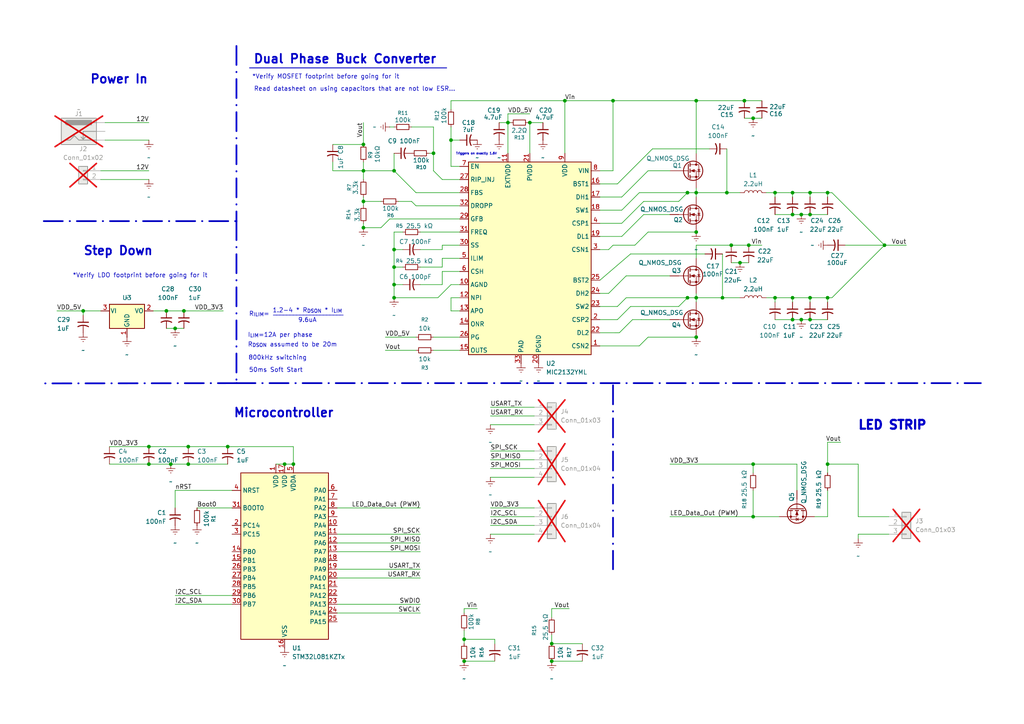
<source format=kicad_sch>
(kicad_sch (version 20250114) (generator "eeschema") (generator_version "9.0")
  (paper "A4")
  (text "800kHz switching" (at 80.518 103.886 0) (effects (font (size 1.27 1.27))))
  (text "9.6uA" (at 89.154 92.964 0) (effects (font (size 1.27 1.27))))
  (text "Triggers on exactly 1.6V" (at 138.176 44.704 0) (effects (font (size 0.635 0.635))))
  (text "Microcontroller" (at 82.296 119.888 0) (effects (font (size 2.54 2.54) (thickness 0.508) (bold yes))))
  (text "Dual Phase Buck Converter" (at 100.076 17.272 0) (effects (font (size 2.54 2.54) (thickness 0.508) (bold yes))))
  (text "LED STRIP" (at 258.826 123.444 0) (effects (font (size 2.54 2.54) (thickness 1) (bold yes))))
  (text "R_{ILIM}=\n" (at 75.184 91.186 0) (effects (font (size 1.27 1.27))))
  (text "Read datasheet on using capacitors that are not low ESR..." (at 102.87 25.908 0) (effects (font (size 1.27 1.27))))
  (text "Power In" (at 34.544 23.114 0) (effects (font (size 2.5 2.5) (thickness 0.5) (bold yes))))
  (text "R_{DSON} assumed to be 20m" (at 84.836 100.076 0) (effects (font (size 1.27 1.27))))
  (text "Step Down" (at 34.29 72.898 0) (effects (font (size 2.5 2.5) (thickness 0.5) (bold yes))))
  (text "_____________________\n" (at 89.408 90.932 0) (effects (font (size 1.27 1.27))))
  (text "I_{LIM}=12A per phase" (at 81.28 97.282 0) (effects (font (size 1.27 1.27))))
  (text "*Verify MOSFET footprint before going for it" (at 94.488 22.352 0) (effects (font (size 1.27 1.27))))
  (text "*Verify LDO footprint before going for it" (at 40.64 80.01 0) (effects (font (size 1.27 1.27))))
  (text "1.2-4 * R_{DSON} * I_{LIM}" (at 89.154 90.17 0) (effects (font (size 1.27 1.27))))
  (text "50ms Soft Start" (at 80.01 107.442 0) (effects (font (size 1.27 1.27))))
  (junction (at 66.04 129.54))
  (junction (at 53.34 90.17))
  (junction (at 114.3 86.36))
  (junction (at 105.41 49.53))
  (junction (at 114.3 49.53))
  (junction (at 232.41 62.23))
  (junction (at 224.79 86.36))
  (junction (at 201.93 67.31))
  (junction (at 234.95 92.71))
  (junction (at 147.32 35.56))
  (junction (at 212.09 71.12))
  (junction (at 177.8 29.21))
  (junction (at 229.87 92.71))
  (junction (at 240.03 55.88))
  (junction (at 114.3 72.39))
  (junction (at 199.39 55.88))
  (junction (at 201.93 97.79))
  (junction (at 54.61 129.54))
  (junction (at 234.95 62.23))
  (junction (at 229.87 86.36))
  (junction (at 229.87 62.23))
  (junction (at 201.93 29.21))
  (junction (at 114.3 82.55))
  (junction (at 130.81 40.64))
  (junction (at 24.13 90.17))
  (junction (at 234.95 55.88))
  (junction (at 50.8 95.25))
  (junction (at 209.55 86.36))
  (junction (at 201.93 55.88))
  (junction (at 215.9 29.21))
  (junction (at 229.87 55.88))
  (junction (at 43.18 134.62))
  (junction (at 125.73 44.45))
  (junction (at 153.67 35.56))
  (junction (at 199.39 86.36))
  (junction (at 214.63 76.2))
  (junction (at 49.53 134.62))
  (junction (at 218.44 34.29))
  (junction (at 224.79 55.88))
  (junction (at 240.03 134.62))
  (junction (at 105.41 41.91))
  (junction (at 234.95 86.36))
  (junction (at 218.44 149.86))
  (junction (at 43.18 129.54))
  (junction (at 256.54 71.12))
  (junction (at 134.62 185.42))
  (junction (at 105.41 58.42))
  (junction (at 54.61 134.62))
  (junction (at 82.55 134.62))
  (junction (at 210.82 55.88))
  (junction (at 232.41 92.71))
  (junction (at 114.3 77.47))
  (junction (at 160.02 186.69))
  (junction (at 134.62 191.77))
  (junction (at 201.93 86.36))
  (junction (at 163.83 29.21))
  (junction (at 160.02 191.77))
  (junction (at 48.26 90.17))
  (junction (at 105.41 66.04))
  (junction (at 85.09 134.62))
  (junction (at 217.17 71.12))
  (junction (at 240.03 86.36))
  (junction (at 218.44 134.62))
  (wire (pts (xy 97.79 160.02) (xy 121.92 160.02)))
  (wire (pts (xy 232.41 92.71) (xy 234.95 92.71)))
  (wire (pts (xy 85.09 129.54) (xy 85.09 134.62)))
  (wire (pts (xy 130.81 86.36) (xy 130.81 90.17)))
  (wire (pts (xy 114.3 86.36) (xy 127 86.36)))
  (wire (pts (xy 134.62 186.69) (xy 134.62 185.42)))
  (wire (pts (xy 241.3 55.88) (xy 256.54 71.12)))
  (wire (pts (xy 177.8 71.12) (xy 176.53 72.39)))
  (wire (pts (xy 173.99 92.71) (xy 179.07 92.71)))
  (wire (pts (xy 201.93 71.12) (xy 212.09 71.12)))
  (wire (pts (xy 105.41 57.15) (xy 105.41 58.42)))
  (wire (pts (xy 54.61 134.62) (xy 66.04 134.62)))
  (wire (pts (xy 128.27 71.12) (xy 128.27 72.39)))
  (wire (pts (xy 128.27 74.93) (xy 133.35 74.93)))
  (wire (pts (xy 160.02 184.15) (xy 160.02 186.69)))
  (wire (pts (xy 209.55 73.66) (xy 209.55 86.36)))
  (wire (pts (xy 240.03 55.88) (xy 241.3 55.88)))
  (wire (pts (xy 180.34 57.15) (xy 187.96 49.53)))
  (wire (pts (xy 50.8 172.72) (xy 67.31 172.72)))
  (wire (pts (xy 236.22 149.86) (xy 240.03 149.86)))
  (wire (pts (xy 222.25 55.88) (xy 224.79 55.88)))
  (wire (pts (xy 114.3 67.31) (xy 114.3 72.39)))
  (wire (pts (xy 134.62 191.77) (xy 143.51 191.77)))
  (wire (pts (xy 143.51 185.42) (xy 143.51 186.69)))
  (wire (pts (xy 125.73 36.83) (xy 125.73 44.45)))
  (wire (pts (xy 240.03 142.24) (xy 240.03 149.86)))
  (wire (pts (xy 187.96 97.79) (xy 201.93 97.79)))
  (wire (pts (xy 114.3 77.47) (xy 116.84 77.47)))
  (wire (pts (xy 248.92 154.94) (xy 257.81 154.94)))
  (wire (pts (xy 128.27 82.55) (xy 121.92 82.55)))
  (wire (pts (xy 229.87 92.71) (xy 232.41 92.71)))
  (wire (pts (xy 49.53 134.62) (xy 54.61 134.62)))
  (wire (pts (xy 80.01 134.62) (xy 82.55 134.62)))
  (wire (pts (xy 114.3 44.45) (xy 114.3 49.53)))
  (wire (pts (xy 50.8 142.24) (xy 67.31 142.24)))
  (wire (pts (xy 173.99 72.39) (xy 176.53 72.39)))
  (wire (pts (xy 229.87 62.23) (xy 232.41 62.23)))
  (wire (pts (xy 142.24 138.43) (xy 154.94 138.43)))
  (wire (pts (xy 124.46 44.45) (xy 125.73 44.45)))
  (polyline (pts (xy 72.39 19.685) (xy 129.54 19.685)) (stroke (width 0.254)))
  (wire (pts (xy 97.79 177.8) (xy 121.92 177.8)))
  (wire (pts (xy 105.41 49.53) (xy 105.41 52.07)))
  (wire (pts (xy 114.3 67.31) (xy 116.84 67.31)))
  (wire (pts (xy 201.93 29.21) (xy 201.93 44.45)))
  (wire (pts (xy 194.31 134.62) (xy 218.44 134.62)))
  (wire (pts (xy 212.09 71.12) (xy 217.17 71.12)))
  (wire (pts (xy 64.77 90.17) (xy 53.34 90.17)))
  (wire (pts (xy 245.11 71.12) (xy 256.54 71.12)))
  (wire (pts (xy 114.3 82.55) (xy 114.3 86.36)))
  (wire (pts (xy 24.13 90.17) (xy 29.21 90.17)))
  (wire (pts (xy 234.95 55.88) (xy 240.03 55.88)))
  (wire (pts (xy 134.62 176.53) (xy 138.43 176.53)))
  (wire (pts (xy 144.78 35.56) (xy 147.32 35.56)))
  (polyline (pts (xy 68.58 64.135) (xy 68.58 111.125)) (stroke (width 0.5) (type dash_dot)))
  (wire (pts (xy 248.92 134.62) (xy 248.92 149.86)))
  (wire (pts (xy 214.63 76.2) (xy 217.17 76.2)))
  (wire (pts (xy 160.02 186.69) (xy 168.91 186.69)))
  (wire (pts (xy 153.67 35.56) (xy 157.48 35.56)))
  (wire (pts (xy 179.07 92.71) (xy 182.88 88.9)))
  (wire (pts (xy 142.24 133.35) (xy 154.94 133.35)))
  (wire (pts (xy 183.4573 92.7022) (xy 185.9973 92.7022)))
  (wire (pts (xy 189.23 43.18) (xy 205.74 43.18)))
  (wire (pts (xy 160.02 191.77) (xy 168.91 191.77)))
  (wire (pts (xy 105.41 64.77) (xy 105.41 66.04)))
  (wire (pts (xy 177.8 29.21) (xy 177.8 49.53)))
  (wire (pts (xy 121.92 154.94) (xy 97.79 154.94)))
  (wire (pts (xy 199.39 86.36) (xy 201.93 86.36)))
  (wire (pts (xy 185.9973 92.7022) (xy 185.9973 92.71)))
  (wire (pts (xy 179.6473 96.5122) (xy 183.4573 92.7022)))
  (polyline (pts (xy 12.7 64.135) (xy 68.58 64.135)) (stroke (width 0.5) (type dash_dot)))
  (wire (pts (xy 130.81 29.21) (xy 130.81 31.75)))
  (wire (pts (xy 240.03 86.36) (xy 241.3 86.36)))
  (wire (pts (xy 224.79 55.88) (xy 229.87 55.88)))
  (wire (pts (xy 240.03 128.27) (xy 243.84 128.27)))
  (wire (pts (xy 128.27 72.39) (xy 121.92 72.39)))
  (wire (pts (xy 224.79 92.71) (xy 229.87 92.71)))
  (wire (pts (xy 29.21 49.53) (xy 43.18 49.53)))
  (wire (pts (xy 240.03 128.27) (xy 240.03 134.62)))
  (wire (pts (xy 173.99 60.96) (xy 180.34 60.96)))
  (wire (pts (xy 53.34 90.17) (xy 48.26 90.17)))
  (wire (pts (xy 133.35 78.74) (xy 128.27 78.74)))
  (wire (pts (xy 30.48 35.56) (xy 43.18 35.56)))
  (wire (pts (xy 105.41 35.56) (xy 105.41 41.91)))
  (wire (pts (xy 50.8 175.26) (xy 67.31 175.26)))
  (wire (pts (xy 173.99 64.77) (xy 180.34 64.77)))
  (wire (pts (xy 212.09 76.2) (xy 214.63 76.2)))
  (wire (pts (xy 114.3 77.47) (xy 114.3 82.55)))
  (wire (pts (xy 163.83 29.21) (xy 163.83 44.45)))
  (wire (pts (xy 218.44 34.29) (xy 220.98 34.29)))
  (wire (pts (xy 204.47 73.66) (xy 182.88 73.66)))
  (wire (pts (xy 224.79 86.36) (xy 229.87 86.36)))
  (wire (pts (xy 229.87 55.88) (xy 234.95 55.88)))
  (wire (pts (xy 218.44 142.24) (xy 218.44 149.86)))
  (wire (pts (xy 121.92 157.48) (xy 97.79 157.48)))
  (wire (pts (xy 248.92 149.86) (xy 257.81 149.86)))
  (wire (pts (xy 201.93 54.61) (xy 201.93 55.88)))
  (wire (pts (xy 142.24 149.86) (xy 154.94 149.86)))
  (wire (pts (xy 185.42 55.88) (xy 199.39 55.88)))
  (wire (pts (xy 97.79 175.26) (xy 121.92 175.26)))
  (wire (pts (xy 130.81 40.64) (xy 133.35 40.64)))
  (wire (pts (xy 224.79 86.36) (xy 224.79 87.63)))
  (wire (pts (xy 218.44 137.16) (xy 218.44 134.62)))
  (wire (pts (xy 222.25 86.36) (xy 224.79 86.36)))
  (wire (pts (xy 130.81 40.64) (xy 130.81 48.26)))
  (wire (pts (xy 119.38 36.83) (xy 125.73 36.83)))
  (wire (pts (xy 96.52 49.53) (xy 105.41 49.53)))
  (wire (pts (xy 201.93 86.36) (xy 201.93 87.63)))
  (wire (pts (xy 232.41 62.23) (xy 234.95 62.23)))
  (wire (pts (xy 121.92 67.31) (xy 133.35 67.31)))
  (wire (pts (xy 186.69 62.23) (xy 194.31 62.23)))
  (wire (pts (xy 114.3 72.39) (xy 116.84 72.39)))
  (wire (pts (xy 178.3773 96.5122) (xy 178.3773 96.52)))
  (wire (pts (xy 105.41 49.53) (xy 105.41 46.99)))
  (wire (pts (xy 29.21 52.07) (xy 43.18 52.07)))
  (wire (pts (xy 113.03 36.83) (xy 114.3 36.83)))
  (wire (pts (xy 115.57 58.42) (xy 119.38 58.42)))
  (wire (pts (xy 240.03 134.62) (xy 240.03 137.16)))
  (wire (pts (xy 234.95 86.36) (xy 234.95 87.63)))
  (wire (pts (xy 240.03 55.88) (xy 240.03 57.15)))
  (wire (pts (xy 125.73 44.45) (xy 125.73 49.53)))
  (wire (pts (xy 256.54 71.12) (xy 262.89 71.12)))
  (wire (pts (xy 173.99 53.34) (xy 179.07 53.34)))
  (wire (pts (xy 210.82 43.18) (xy 210.82 55.88)))
  (wire (pts (xy 186.69 58.42) (xy 196.85 58.42)))
  (wire (pts (xy 201.93 85.09) (xy 201.93 86.36)))
  (wire (pts (xy 50.8 95.25) (xy 53.34 95.25)))
  (wire (pts (xy 201.93 71.12) (xy 201.93 74.93)))
  (wire (pts (xy 231.14 134.62) (xy 231.14 142.24)))
  (wire (pts (xy 194.31 149.86) (xy 218.44 149.86)))
  (wire (pts (xy 125.73 101.6) (xy 133.35 101.6)))
  (wire (pts (xy 16.51 90.17) (xy 24.13 90.17)))
  (wire (pts (xy 215.9 29.21) (xy 220.98 29.21)))
  (wire (pts (xy 173.99 100.33) (xy 185.42 100.33)))
  (wire (pts (xy 160.02 176.53) (xy 160.02 179.07)))
  (wire (pts (xy 201.93 55.88) (xy 210.82 55.88)))
  (wire (pts (xy 179.07 88.9) (xy 181.61 86.36)))
  (wire (pts (xy 97.79 167.64) (xy 121.92 167.64)))
  (wire (pts (xy 176.53 85.09) (xy 181.61 80.01)))
  (wire (pts (xy 125.73 49.53) (xy 128.27 52.07)))
  (wire (pts (xy 153.1813 35.56) (xy 153.67 35.56)))
  (polyline (pts (xy 177.8 111.76) (xy 177.8 165.1)) (stroke (width 0.5) (type dash_dot)))
  (wire (pts (xy 128.27 52.07) (xy 133.35 52.07)))
  (wire (pts (xy 111.76 97.79) (xy 120.65 97.79)))
  (wire (pts (xy 218.44 134.62) (xy 231.14 134.62)))
  (wire (pts (xy 181.61 80.01) (xy 194.31 80.01)))
  (wire (pts (xy 120.65 59.69) (xy 133.35 59.69)))
  (wire (pts (xy 187.96 49.53) (xy 194.31 49.53)))
  (wire (pts (xy 234.95 86.36) (xy 240.03 86.36)))
  (wire (pts (xy 114.3 82.55) (xy 116.84 82.55)))
  (wire (pts (xy 130.81 29.21) (xy 163.83 29.21)))
  (wire (pts (xy 130.81 48.26) (xy 133.35 48.26)))
  (wire (pts (xy 201.93 86.36) (xy 209.55 86.36)))
  (wire (pts (xy 182.88 88.9) (xy 196.85 88.9)))
  (wire (pts (xy 130.81 90.17) (xy 133.35 90.17)))
  (wire (pts (xy 66.04 129.54) (xy 85.09 129.54)))
  (wire (pts (xy 96.52 49.53) (xy 96.52 46.99)))
  (wire (pts (xy 180.34 60.96) (xy 185.42 55.88)))
  (wire (pts (xy 240.03 86.36) (xy 240.03 87.63)))
  (wire (pts (xy 48.26 95.25) (xy 50.8 95.25)))
  (wire (pts (xy 199.39 55.88) (xy 201.93 55.88)))
  (wire (pts (xy 114.3 49.53) (xy 120.65 55.88)))
  (polyline (pts (xy 68.58 13.335) (xy 68.58 64.135)) (stroke (width 0.5) (type dash_dot)))
  (wire (pts (xy 234.95 55.88) (xy 234.95 57.15)))
  (wire (pts (xy 105.41 58.42) (xy 110.49 58.42)))
  (wire (pts (xy 224.79 55.88) (xy 224.79 57.15)))
  (wire (pts (xy 185.9973 92.71) (xy 194.31 92.71)))
  (wire (pts (xy 130.81 82.55) (xy 127 86.36)))
  (wire (pts (xy 97.79 147.32) (xy 121.92 147.32)))
  (wire (pts (xy 121.92 77.47) (xy 128.27 77.47)))
  (wire (pts (xy 201.93 55.88) (xy 201.93 57.15)))
  (wire (pts (xy 133.35 71.12) (xy 128.27 71.12)))
  (wire (pts (xy 57.15 147.32) (xy 67.31 147.32)))
  (wire (pts (xy 134.62 185.42) (xy 134.62 182.88)))
  (wire (pts (xy 182.88 73.66) (xy 173.99 81.28)))
  (wire (pts (xy 210.82 55.88) (xy 214.63 55.88)))
  (wire (pts (xy 113.03 63.5) (xy 133.35 63.5)))
  (wire (pts (xy 173.99 88.9) (xy 179.07 88.9)))
  (wire (pts (xy 173.99 85.09) (xy 176.53 85.09)))
  (wire (pts (xy 234.95 92.71) (xy 240.03 92.71)))
  (wire (pts (xy 48.26 90.17) (xy 44.45 90.17)))
  (wire (pts (xy 97.79 165.1) (xy 121.92 165.1)))
  (wire (pts (xy 180.34 64.77) (xy 186.69 58.42)))
  (wire (pts (xy 218.44 149.86) (xy 226.06 149.86)))
  (wire (pts (xy 215.9 34.29) (xy 218.44 34.29)))
  (wire (pts (xy 43.18 134.62) (xy 49.53 134.62)))
  (wire (pts (xy 224.79 62.23) (xy 229.87 62.23)))
  (wire (pts (xy 30.48 40.64) (xy 43.18 40.64)))
  (wire (pts (xy 154.94 135.89) (xy 142.24 135.89)))
  (wire (pts (xy 105.41 41.91) (xy 96.52 41.91)))
  (wire (pts (xy 248.92 154.94) (xy 248.92 156.21)))
  (wire (pts (xy 185.42 100.33) (xy 187.96 97.79)))
  (wire (pts (xy 142.24 147.32) (xy 154.94 147.32)))
  (wire (pts (xy 180.34 68.58) (xy 186.69 62.23)))
  (wire (pts (xy 147.32 33.02) (xy 147.32 35.56)))
  (wire (pts (xy 178.3773 96.52) (xy 173.99 96.52)))
  (wire (pts (xy 229.87 86.36) (xy 229.87 87.63)))
  (wire (pts (xy 196.85 58.42) (xy 199.39 55.88)))
  (wire (pts (xy 147.32 35.56) (xy 147.32 44.45)))
  (wire (pts (xy 160.02 176.53) (xy 165.1 176.53)))
  (polyline (pts (xy 68.58 111.125) (xy 284.48 111.125)) (stroke (width 0.5) (type dash_dot)))
  (wire (pts (xy 209.55 86.36) (xy 214.63 86.36)))
  (wire (pts (xy 134.62 176.53) (xy 134.62 177.8)))
  (wire (pts (xy 31.75 134.62) (xy 43.18 134.62)))
  (wire (pts (xy 177.8 49.53) (xy 173.99 49.53)))
  (polyline (pts (xy 68.7037 111.1264) (xy 12.6704 111.2027)) (stroke (width 0.5) (type dash_dot)))
  (wire (pts (xy 128.27 77.47) (xy 128.27 74.93)))
  (wire (pts (xy 43.18 129.54) (xy 54.61 129.54)))
  (wire (pts (xy 148.1013 35.56) (xy 147.32 35.56)))
  (wire (pts (xy 105.41 49.53) (xy 114.3 49.53)))
  (wire (pts (xy 179.07 53.34) (xy 189.23 43.18)))
  (wire (pts (xy 217.17 71.12) (xy 220.98 71.12)))
  (wire (pts (xy 142.24 118.11) (xy 154.94 118.11)))
  (wire (pts (xy 196.85 88.9) (xy 199.39 86.36)))
  (wire (pts (xy 119.38 58.42) (xy 120.65 59.69)))
  (wire (pts (xy 31.75 129.54) (xy 43.18 129.54)))
  (wire (pts (xy 177.8 29.21) (xy 201.93 29.21)))
  (wire (pts (xy 24.13 90.17) (xy 24.13 91.44)))
  (wire (pts (xy 105.41 66.04) (xy 110.49 66.04)))
  (wire (pts (xy 229.87 86.36) (xy 234.95 86.36)))
  (wire (pts (xy 173.99 68.58) (xy 180.34 68.58)))
  (wire (pts (xy 142.24 130.81) (xy 154.94 130.81)))
  (wire (pts (xy 201.93 29.21) (xy 215.9 29.21)))
  (wire (pts (xy 128.27 78.74) (xy 128.27 82.55)))
  (wire (pts (xy 105.41 58.42) (xy 105.41 59.69)))
  (wire (pts (xy 153.67 35.56) (xy 153.67 44.45)))
  (wire (pts (xy 111.76 101.6) (xy 120.65 101.6)))
  (wire (pts (xy 241.3 86.36) (xy 256.54 71.12)))
  (wire (pts (xy 50.8 147.32) (xy 50.8 142.24)))
  (wire (pts (xy 184.15 71.12) (xy 187.96 67.31)))
  (wire (pts (xy 178.3773 96.5122) (xy 179.6473 96.5122)))
  (wire (pts (xy 114.3 72.39) (xy 114.3 77.47)))
  (wire (pts (xy 54.61 129.54) (xy 66.04 129.54)))
  (wire (pts (xy 110.49 66.04) (xy 113.03 63.5)))
  (wire (pts (xy 142.24 152.4) (xy 154.94 152.4)))
  (wire (pts (xy 229.87 55.88) (xy 229.87 57.15)))
  (wire (pts (xy 173.99 57.15) (xy 180.34 57.15)))
  (wire (pts (xy 240.03 134.62) (xy 248.92 134.62)))
  (wire (pts (xy 177.8 71.12) (xy 184.15 71.12)))
  (wire (pts (xy 133.35 82.55) (xy 130.81 82.55)))
  (wire (pts (xy 130.81 86.36) (xy 133.35 86.36)))
  (wire (pts (xy 85.09 134.62) (xy 82.55 134.62)))
  (wire (pts (xy 147.32 33.02) (xy 153.67 33.02)))
  (wire (pts (xy 142.24 120.65) (xy 154.94 120.65)))
  (wire (pts (xy 187.96 67.31) (xy 201.93 67.31)))
  (wire (pts (xy 120.65 55.88) (xy 133.35 55.88)))
  (wire (pts (xy 163.83 29.21) (xy 177.8 29.21)))
  (wire (pts (xy 130.81 36.83) (xy 130.81 40.64)))
  (wire (pts (xy 142.24 154.94) (xy 154.94 154.94)))
  (wire (pts (xy 181.61 86.36) (xy 199.39 86.36)))
  (wire (pts (xy 134.62 185.42) (xy 143.51 185.42)))
  (wire (pts (xy 142.24 123.19) (xy 154.94 123.19)))
  (wire (pts (xy 234.95 62.23) (xy 240.03 62.23)))
  (wire (pts (xy 125.73 97.79) (xy 133.35 97.79)))
  (label "SPI_SCK" (at 142.24 130.81 0))
  (label "Vin" (at 163.83 29.21 0))
  (label "Boot0" (at 57.15 147.32 0))
  (label "VDD_5V" (at 16.51 90.17 0))
  (label "I2C_SDA" (at 50.8 175.26 0))
  (label "Vout" (at 105.41 35.56 270))
  (label "Vout" (at 243.84 128.27 180))
  (label "SPI_MISO" (at 142.24 133.35 0))
  (label "USART_TX" (at 121.92 165.1 180))
  (label "SPI_MISO" (at 121.92 157.48 180))
  (label "VDD_3V3" (at 194.31 134.62 0))
  (label "VDD_5V" (at 147.32 33.02 0))
  (label "I2C_SDA" (at 142.24 152.4 0))
  (label "I2C_SCL" (at 142.24 149.86 0))
  (label "SPI_SCK" (at 121.92 154.94 180))
  (label "Vout" (at 165.1 176.53 180))
  (label "SWCLK" (at 121.92 177.8 180))
  (label "12V" (at 43.18 35.56 180))
  (label "USART_TX" (at 142.24 118.11 0))
  (label "12V" (at 43.18 49.53 180))
  (label "Vout" (at 262.89 71.12 180))
  (label "VDD_3V3" (at 142.24 147.32 0))
  (label "LED_Data_Out (PWM)" (at 194.31 149.86 0))
  (label "Vin" (at 138.43 176.53 180))
  (label "Vout" (at 111.76 101.6 0))
  (label "SPI_MOSI" (at 121.92 160.02 180))
  (label "USART_RX" (at 121.92 167.64 180))
  (label "LED_Data_Out (PWM)" (at 121.92 147.32 180))
  (label "VDD_5V" (at 111.76 97.79 0))
  (label "Vin" (at 220.98 71.12 180))
  (label "VDD_3V3" (at 64.77 90.17 180))
  (label "VDD_3V3" (at 31.75 129.54 0))
  (label "I2C_SCL" (at 50.8 172.72 0))
  (label "nRST" (at 50.8 142.24 0))
  (label "USART_RX" (at 142.24 120.65 0))
  (label "SPI_MOSI" (at 142.24 135.89 0))
  (label "SWDIO" (at 121.92 175.26 180))
  (symbol (lib_name "GNDREF_1") (lib_id "Library:GNDREF_1") (at 151.13 105.41 0) (unit 1)
    (property "Reference" "#PWR05" (effects (hide yes)))
    (property "Value" "~" (at 151.13 110.49 0))
    (property "Description" "Power symbol creates a global label with name \"GNDREF\" , reference supply ground" (effects (hide yes)))
  )
  (symbol (lib_id "Library:C_Small_US") (at 31.75 132.08 0) (unit 1)
    (property "Reference" "C4" (at 34.29 130.9369 0) (effects (justify left)))
    (property "Value" "100nF" (at 34.29 133.4769 0) (effects (justify left)))
    (property "Footprint" "Capacitor_SMD:C_0603_1608Metric_Pad1.08x0.95mm_HandSolder" (effects (hide yes)))
    (property "Description" "capacitor, small US symbol" (effects (hide yes)))
  )
  (symbol (lib_id "Library:C_Small_US") (at 208.28 43.18 270) (unit 1)
    (property "Reference" "C14" (at 208.28 36.83 90))
    (property "Value" "100nF" (at 208.28 39.37 90))
    (property "Footprint" "Capacitor_SMD:C_0603_1608Metric_Pad1.08x0.95mm_HandSolder" (effects (hide yes)))
    (property "Description" "capacitor, small US symbol" (effects (hide yes)))
  )
  (symbol (lib_id "Library:C_Small_US") (at 234.95 59.69 0) (unit 1)
    (property "Reference" "C24" (at 236.982 64.008 0))
    (property "Value" "22uF" (at 237.236 66.548 0))
    (property "Footprint" "Capacitor_SMD:C_0805_2012Metric_Pad1.18x1.45mm_HandSolder" (effects (hide yes)))
    (property "Description" "capacitor, small US symbol" (effects (hide yes)))
  )
  (symbol (lib_id "Library:L") (at 218.44 55.88 90) (unit 1)
    (property "Reference" "L1" (at 218.44 50.8 90))
    (property "Value" "2.2uH" (at 218.44 53.34 90))
    (property "Datasheet" "https://www.bourns.com/docs/Product-Datasheets/SRP1265A.pdf" (effects (hide yes)))
    (property "Description" "SRP1265A-2R2M" (effects (hide yes)))
  )
  (symbol (lib_name "GNDREF_1") (lib_id "Library:GNDREF_1") (at 114.3 86.36 0) (unit 1)
    (property "Reference" "#PWR09" (effects (hide yes)))
    (property "Value" "~" (at 114.3 91.44 0))
    (property "Description" "Power symbol creates a global label with name \"GNDREF\" , reference supply ground" (effects (hide yes)))
  )
  (symbol (lib_id "Library:Q_NMOS_DSG") (at 199.39 80.01 0) (unit 1)
    (property "Reference" "Q3" (at 194.818 78.486 0) (effects (justify left)))
    (property "Value" "Q_NMOS_DSG" (at 185.166 76.2 0) (effects (justify left)))
    (property "Description" "N-MOSFET transistor, drain/source/gate" (effects (hide yes)))
  )
  (symbol (lib_id "Library:Conn_01x03") (at 160.02 120.65 0) (unit 1) (in_bom no) (dnp yes)
    (property "Reference" "J4" (at 162.56 119.3799 0) (effects (justify left)))
    (property "Value" "Conn_01x03" (at 162.56 121.9199 0) (effects (justify left)))
    (property "Footprint" "Connector_PinHeader_2.54mm:PinHeader_1x03_P2.54mm_Vertical" (effects (hide yes)))
    (property "Description" "Generic connector, single row, 01x03, script generated (kicad-library-utils/schlib/autogen/connector/)" (effects (hide yes)))
  )
  (symbol (lib_id "Library:GNDREF") (at 50.8 95.25 0) (unit 1)
    (property "Reference" "#PWR025" (effects (hide yes)))
    (property "Value" "~" (at 50.8 100.33 0))
    (property "Description" "Power symbol creates a global label with name \"GNDREF\" , reference supply ground" (effects (hide yes)))
  )
  (symbol (lib_name "GNDREF_1") (lib_id "Library:GNDREF_1") (at 57.15 152.4 0) (unit 1)
    (property "Reference" "#PWR02" (effects (hide yes)))
    (property "Value" "~" (at 57.15 157.48 0))
    (property "Description" "Power symbol creates a global label with name \"GNDREF\" , reference supply ground" (effects (hide yes)))
  )
  (symbol (lib_id "Library:C_Small_US") (at 53.34 92.71 0) (unit 1)
    (property "Reference" "C30" (at 54.61 83.82 0) (effects (justify left)))
    (property "Value" "1uF" (at 54.61 86.36 0) (effects (justify left)))
    (property "Footprint" "Capacitor_SMD:C_0603_1608Metric_Pad1.08x0.95mm_HandSolder" (effects (hide yes)))
    (property "Description" "capacitor, small US symbol" (effects (hide yes)))
  )
  (symbol (lib_id "Library:C_Small_US") (at 229.87 59.69 0) (unit 1)
    (property "Reference" "C13" (at 225.298 64.008 0) (effects (justify left)))
    (property "Value" "1uF" (at 225.298 66.548 0) (effects (justify left)))
    (property "Footprint" "Capacitor_SMD:C_0603_1608Metric_Pad1.08x0.95mm_HandSolder" (effects (hide yes)))
    (property "Description" "capacitor, small US symbol" (effects (hide yes)))
  )
  (symbol (lib_id "Library:C_Small_US") (at 135.89 40.64 90) (unit 1)
    (property "Reference" "C18" (at 135.89 35.56 90))
    (property "Value" "?uF" (at 135.89 37.592 90))
    (property "Footprint" "Capacitor_SMD:C_0603_1608Metric_Pad1.08x0.95mm_HandSolder" (effects (hide yes)))
    (property "Description" "capacitor, small US symbol" (effects (hide yes)))
  )
  (symbol (lib_id "Library:R_Small") (at 160.02 181.61 0) (mirror x) (unit 1)
    (property "Reference" "R15" (at 154.94 182.88 90) (effects (font (size 1.016 1.016))))
    (property "Value" "25.5 kΩ" (at 158.242 181.864 90))
    (property "Footprint" "Resistor_SMD:R_0805_2012Metric_Pad1.20x1.40mm_HandSolder" (effects (hide yes)))
    (property "Description" "Resistor, small symbol" (effects (hide yes)))
  )
  (symbol (lib_name "GNDREF_1") (lib_id "Library:GNDREF_1") (at 113.03 36.83 270) (unit 1)
    (property "Reference" "#PWR017" (effects (hide yes)))
    (property "Value" "~" (at 109.22 36.83 90) (effects (justify right)))
    (property "Description" "Power symbol creates a global label with name \"GNDREF\" , reference supply ground" (effects (hide yes)))
  )
  (symbol (lib_id "Library:R_Small") (at 105.41 44.45 180) (unit 1)
    (property "Reference" "R9" (at 107.442 44.958 90) (effects (font (size 1.016 1.016))))
    (property "Value" "10kΩ" (at 109.474 44.704 90))
    (property "Footprint" "Resistor_SMD:R_0805_2012Metric_Pad1.20x1.40mm_HandSolder" (effects (hide yes)))
    (property "Description" "Resistor, small symbol" (effects (hide yes)))
  )
  (symbol (lib_id "Library:C_Small_US") (at 242.57 71.12 270) (unit 1)
    (property "Reference" "C27" (at 242.824 74.168 90))
    (property "Value" "100uF" (at 242.824 76.2 90))
    (property "Footprint" "Capacitor_THT:CP_Radial_D6.3mm_P2.50mm" (effects (hide yes)))
    (property "Datasheet" "https://content.kemet.com/datasheets/KEM_A4010_EST.pdf" (effects (hide yes)))
    (property "Description" "EST107M025AE3AA" (effects (hide yes)))
  )
  (symbol (lib_name "GNDREF_1") (lib_id "Library:GNDREF_1") (at 248.92 156.21 0) (unit 1)
    (property "Reference" "#PWR020" (effects (hide yes)))
    (property "Value" "~" (at 248.92 161.29 0))
    (property "Description" "Power symbol creates a global label with name \"GNDREF\" , reference supply ground" (effects (hide yes)))
  )
  (symbol (lib_name "GNDREF_1") (lib_id "Library:GNDREF_1") (at 50.8 152.4 0) (unit 1)
    (property "Reference" "#PWR01" (effects (hide yes)))
    (property "Value" "~" (at 50.8 157.48 0))
    (property "Description" "Power symbol creates a global label with name \"GNDREF\" , reference supply ground" (effects (hide yes)))
  )
  (symbol (lib_id "Library:C_Small_US") (at 224.79 90.17 0) (unit 1)
    (property "Reference" "C10" (at 221.234 94.742 0) (effects (justify left)))
    (property "Value" "100nF" (at 220.218 97.282 0) (effects (justify left)))
    (property "Footprint" "Capacitor_SMD:C_0603_1608Metric_Pad1.08x0.95mm_HandSolder" (effects (hide yes)))
    (property "Description" "capacitor, small US symbol" (effects (hide yes)))
  )
  (symbol (lib_name "GNDREF_1") (lib_id "Library:GNDREF_1") (at 142.24 138.43 0) (unit 1)
    (property "Reference" "#PWR029" (effects (hide yes)))
    (property "Value" "~" (at 142.24 143.51 0))
    (property "Description" "Power symbol creates a global label with name \"GNDREF\" , reference supply ground" (effects (hide yes)))
  )
  (symbol (lib_id "Library:C_Small_US") (at 43.18 132.08 0) (unit 1)
    (property "Reference" "C2" (at 45.72 130.9369 0) (effects (justify left)))
    (property "Value" "100nF" (at 45.72 133.4769 0) (effects (justify left)))
    (property "Footprint" "Capacitor_SMD:C_0603_1608Metric_Pad1.08x0.95mm_HandSolder" (effects (hide yes)))
    (property "Description" "capacitor, small US symbol" (effects (hide yes)))
  )
  (symbol (lib_id "Library:Conn_01x04") (at 160.02 133.35 0) (unit 1) (in_bom no) (dnp yes)
    (property "Reference" "J5" (at 162.56 133.3499 0) (effects (justify left)))
    (property "Value" "Conn_01x04" (at 162.56 135.8899 0) (effects (justify left)))
    (property "Footprint" "Connector_PinHeader_2.54mm:PinHeader_1x04_P2.54mm_Vertical" (effects (hide yes)))
    (property "Description" "Generic connector, single row, 01x04, script generated (kicad-library-utils/schlib/autogen/connector/)" (effects (hide yes)))
  )
  (symbol (lib_id "Library:C_Small_US") (at 207.01 73.66 270) (unit 1)
    (property "Reference" "C17" (at 206.756 77.216 90))
    (property "Value" "100nF" (at 206.756 79.502 90))
    (property "Footprint" "Capacitor_SMD:C_0603_1608Metric_Pad1.08x0.95mm_HandSolder" (effects (hide yes)))
    (property "Description" "capacitor, small US symbol" (effects (hide yes)))
  )
  (symbol (lib_id "Library:Conn_01x02") (at 24.13 49.53 0) (mirror y) (unit 1) (in_bom no) (dnp yes)
    (property "Reference" "J2" (at 24.13 43.18 0))
    (property "Value" "Conn_01x02" (at 24.13 45.72 0))
    (property "Footprint" "Connector_PinHeader_2.54mm:PinHeader_1x02_P2.54mm_Vertical" (effects (hide yes)))
    (property "Description" "Generic connector, single row, 01x02, script generated (kicad-library-utils/schlib/autogen/connector/)" (effects (hide yes)))
  )
  (symbol (lib_name "GNDREF_1") (lib_id "Library:GNDREF_1") (at 43.18 52.07 0) (unit 1)
    (property "Reference" "#PWR022" (effects (hide yes)))
    (property "Value" "~" (at 43.18 57.15 0))
    (property "Description" "Power symbol creates a global label with name \"GNDREF\" , reference supply ground" (effects (hide yes)))
  )
  (symbol (lib_id "Library:C_Small_US") (at 24.13 93.98 0) (unit 1)
    (property "Reference" "C29" (at 16.51 92.71 0) (effects (justify left)))
    (property "Value" "1uF" (at 16.51 95.25 0) (effects (justify left)))
    (property "Footprint" "Capacitor_SMD:C_0603_1608Metric_Pad1.08x0.95mm_HandSolder" (effects (hide yes)))
    (property "Description" "capacitor, small US symbol" (effects (hide yes)))
  )
  (symbol (lib_id "Library:R_Small") (at 116.84 36.83 270) (unit 1)
    (property "Reference" "R11" (at 116.84 32.766 90) (effects (font (size 1.016 1.016))))
    (property "Value" "100k" (at 116.84 34.798 90))
    (property "Footprint" "Resistor_SMD:R_0805_2012Metric_Pad1.20x1.40mm_HandSolder" (effects (hide yes)))
    (property "Description" "Resistor, small symbol" (effects (hide yes)))
  )
  (symbol (lib_name "GNDREF_1") (lib_id "Library:GNDREF_1") (at 218.44 34.29 0) (unit 1)
    (property "Reference" "#PWR012" (effects (hide yes)))
    (property "Value" "~" (at 218.44 39.37 0))
    (property "Description" "Power symbol creates a global label with name \"GNDREF\" , reference supply ground" (effects (hide yes)))
  )
  (symbol (lib_id "Library:C_Small_US") (at 220.98 31.75 0) (unit 1)
    (property "Reference" "C16" (at 225.044 33.02 0))
    (property "Value" "22uF" (at 225.552 30.988 0))
    (property "Footprint" "Capacitor_SMD:C_0805_2012Metric_Pad1.18x1.45mm_HandSolder" (effects (hide yes)))
    (property "Description" "capacitor, small US symbol" (effects (hide yes)))
  )
  (symbol (lib_name "GNDREF_1") (lib_id "Library:GNDREF_1") (at 138.43 40.64 0) (unit 1)
    (property "Reference" "#PWR013" (effects (hide yes)))
    (property "Value" "~" (at 138.43 45.72 0))
    (property "Description" "Power symbol creates a global label with name \"GNDREF\" , reference supply ground" (effects (hide yes)))
  )
  (symbol (lib_id "Library:R_Small") (at 113.03 58.42 270) (unit 1)
    (property "Reference" "R6" (at 113.284 62.484 90) (effects (font (size 1.016 1.016))))
    (property "Value" "100k" (at 113.284 60.452 90))
    (property "Footprint" "Resistor_SMD:R_0805_2012Metric_Pad1.20x1.40mm_HandSolder" (effects (hide yes)))
    (property "Description" "Resistor, small symbol" (effects (hide yes)))
  )
  (symbol (lib_id "Library:C_Small_US") (at 96.52 44.45 0) (unit 1)
    (property "Reference" "C8" (at 98.806 43.434 90))
    (property "Value" "1uF" (at 98.806 47.244 90))
    (property "Footprint" "Capacitor_SMD:C_0603_1608Metric_Pad1.08x0.95mm_HandSolder" (effects (hide yes)))
    (property "Description" "capacitor, small US symbol" (effects (hide yes)))
  )
  (symbol (lib_id "Library:AP2127N-3.3") (at 36.83 90.17 0) (unit 1)
    (property "Reference" "U3" (at 36.83 86.36 0))
    (property "Value" "~" (at 36.83 86.36 0))
    (property "Footprint" "Package_TO_SOT_SMD:SOT-23W_Handsoldering" (effects (hide yes)))
  )
  (symbol (lib_id "Library:C_Small_US") (at 215.9 31.75 0) (unit 1)
    (property "Reference" "C15" (at 210.82 33.274 0))
    (property "Value" "22uF" (at 210.566 31.242 0))
    (property "Footprint" "Capacitor_SMD:C_0805_2012Metric_Pad1.18x1.45mm_HandSolder" (effects (hide yes)))
    (property "Description" "capacitor, small US symbol" (effects (hide yes)))
  )
  (symbol (lib_name "GNDREF_1") (lib_id "Library:GNDREF_1") (at 144.78 40.64 0) (unit 1)
    (property "Reference" "#PWR015" (effects (hide yes)))
    (property "Value" "~" (at 144.78 45.72 0))
    (property "Description" "Power symbol creates a global label with name \"GNDREF\" , reference supply ground" (effects (hide yes)))
  )
  (symbol (lib_id "Library:C_Small_US") (at 224.79 59.69 0) (unit 1)
    (property "Reference" "C12" (at 219.456 64.008 0) (effects (justify left)))
    (property "Value" "100nF" (at 218.44 66.548 0) (effects (justify left)))
    (property "Footprint" "Capacitor_SMD:C_0603_1608Metric_Pad1.08x0.95mm_HandSolder" (effects (hide yes)))
    (property "Description" "capacitor, small US symbol" (effects (hide yes)))
  )
  (symbol (lib_id "Library:C_Small_US") (at 144.78 38.1 0) (unit 1)
    (property "Reference" "C19" (at 143.256 32.004 0))
    (property "Value" "4.7uF" (at 143.002 34.036 0))
    (property "Footprint" "Capacitor_SMD:C_0603_1608Metric_Pad1.08x0.95mm_HandSolder" (effects (hide yes)))
    (property "Description" "capacitor, small US symbol" (effects (hide yes)))
  )
  (symbol (lib_id "Library:C_Small_US") (at 217.17 73.66 0) (unit 1)
    (property "Reference" "C22" (at 221.742 72.898 0))
    (property "Value" "22uF" (at 221.996 75.438 0))
    (property "Footprint" "Capacitor_SMD:C_0805_2012Metric_Pad1.18x1.45mm_HandSolder" (effects (hide yes)))
    (property "Description" "capacitor, small US symbol" (effects (hide yes)))
  )
  (symbol (lib_id "Library:Conn_01x04") (at 160.02 149.86 0) (unit 1) (in_bom no) (dnp yes)
    (property "Reference" "J6" (at 162.56 149.8599 0) (effects (justify left)))
    (property "Value" "Conn_01x04" (at 162.56 152.3999 0) (effects (justify left)))
    (property "Footprint" "Connector_PinHeader_2.54mm:PinHeader_1x04_P2.54mm_Vertical" (effects (hide yes)))
    (property "Description" "Generic connector, single row, 01x04, script generated (kicad-library-utils/schlib/autogen/connector/)" (effects (hide yes)))
  )
  (symbol (lib_name "Q_NMOS_DSG_2") (lib_id "Library:Q_NMOS_DSG_2") (at 199.39 62.23 0) (unit 1)
    (property "Reference" "Q2" (at 195.326 63.754 0) (effects (justify left)))
    (property "Value" "Q_NMOS_DSG" (at 185.674 60.706 0) (effects (justify left)))
    (property "Description" "N-MOSFET transistor, drain/source/gate" (effects (hide yes)))
  )
  (symbol (lib_name "GNDREF_1") (lib_id "Library:GNDREF_1") (at 201.93 97.79 0) (unit 1)
    (property "Reference" "#PWR07" (effects (hide yes)))
    (property "Value" "~" (at 201.93 102.87 0))
    (property "Description" "Power symbol creates a global label with name \"GNDREF\" , reference supply ground" (effects (hide yes)))
  )
  (symbol (lib_id "Library:C_Small_US") (at 168.91 189.23 0) (mirror y) (unit 1)
    (property "Reference" "C32" (at 175.26 187.96 0) (effects (justify left)))
    (property "Value" "1uF" (at 175.26 190.5 0) (effects (justify left)))
    (property "Footprint" "Capacitor_SMD:C_0603_1608Metric_Pad1.08x0.95mm_HandSolder" (effects (hide yes)))
    (property "Description" "capacitor, small US symbol" (effects (hide yes)))
  )
  (symbol (lib_id "Library:C_Small_US") (at 54.61 132.08 0) (unit 1)
    (property "Reference" "C3" (at 57.15 130.9369 0) (effects (justify left)))
    (property "Value" "100nF" (at 57.15 133.4769 0) (effects (justify left)))
    (property "Footprint" "Capacitor_SMD:C_0603_1608Metric_Pad1.08x0.95mm_HandSolder" (effects (hide yes)))
    (property "Description" "capacitor, small US symbol" (effects (hide yes)))
  )
  (symbol (lib_id "Library:GNDREF") (at 49.53 134.62 0) (unit 1)
    (property "Reference" "#PWR04" (effects (hide yes)))
    (property "Value" "~" (at 49.53 139.7 0))
    (property "Description" "Power symbol creates a global label with name \"GNDREF\" , reference supply ground" (effects (hide yes)))
  )
  (symbol (lib_id "Library:Conn_01x03") (at 262.89 152.4 0) (unit 1) (in_bom no) (dnp yes)
    (property "Reference" "J3" (at 265.43 151.1299 0) (effects (justify left)))
    (property "Value" "Conn_01x03" (at 265.43 153.6699 0) (effects (justify left)))
    (property "Footprint" "Connector_PinHeader_2.54mm:PinHeader_1x03_P2.54mm_Vertical" (effects (hide yes)))
    (property "Description" "Generic connector, single row, 01x03, script generated (kicad-library-utils/schlib/autogen/connector/)" (effects (hide yes)))
  )
  (symbol (lib_id "Library:C_Small_US") (at 229.87 90.17 0) (unit 1)
    (property "Reference" "C11" (at 227.076 94.742 0) (effects (justify left)))
    (property "Value" "1uF" (at 227.076 97.282 0) (effects (justify left)))
    (property "Footprint" "Capacitor_SMD:C_0603_1608Metric_Pad1.08x0.95mm_HandSolder" (effects (hide yes)))
    (property "Description" "capacitor, small US symbol" (effects (hide yes)))
  )
  (symbol (lib_id "Library:Barrel_Jack_Switch_Pin3Ring") (at 22.86 38.1 0) (unit 1) (in_bom no) (dnp yes)
    (property "Reference" "J1" (at 22.86 33.02 0))
    (property "Value" "~" (at 22.86 31.75 0))
    (property "Footprint" "Connector_BarrelJack:BarrelJack_GCT_DCJ200-10-A_Horizontal" (effects (hide yes)))
    (property "Description" "DC Barrel Jack with an internal switch" (effects (hide yes)))
  )
  (symbol (lib_id "Library:R_Small") (at 218.44 139.7 0) (mirror x) (unit 1)
    (property "Reference" "R18" (at 215.9 146.05 90) (effects (font (size 1.016 1.016))))
    (property "Value" "25.5 kΩ" (at 215.9 140.208 90))
    (property "Footprint" "Resistor_SMD:R_0805_2012Metric_Pad1.20x1.40mm_HandSolder" (effects (hide yes)))
    (property "Description" "Resistor, small symbol" (effects (hide yes)))
  )
  (symbol (lib_name "Q_NMOS_DSG_3") (lib_id "Library:Q_NMOS_DSG_3") (at 199.39 92.71 0) (unit 1)
    (property "Reference" "Q4" (at 194.818 94.234 0) (effects (justify left)))
    (property "Value" "Q_NMOS_DSG" (at 185.674 90.678 0) (effects (justify left)))
    (property "Description" "N-MOSFET transistor, drain/source/gate" (effects (hide yes)))
  )
  (symbol (lib_id "Library:R_Small") (at 130.81 34.29 180) (unit 1)
    (property "Reference" "R12" (at 126.746 33.528 90) (effects (font (size 1.016 1.016))))
    (property "Value" "100k" (at 128.778 33.528 90))
    (property "Footprint" "Resistor_SMD:R_0805_2012Metric_Pad1.20x1.40mm_HandSolder" (effects (hide yes)))
    (property "Description" "Resistor, small symbol" (effects (hide yes)))
  )
  (symbol (lib_id "Library:GNDREF") (at 24.13 96.52 0) (unit 1)
    (property "Reference" "#PWR023" (effects (hide yes)))
    (property "Value" "~" (at 24.13 101.6 0))
    (property "Description" "Power symbol creates a global label with name \"GNDREF\" , reference supply ground" (effects (hide yes)))
  )
  (symbol (lib_id "Library:C_Small_US") (at 212.09 73.66 0) (unit 1)
    (property "Reference" "C21" (at 212.09 78.74 0))
    (property "Value" "22uF" (at 212.344 81.28 0))
    (property "Footprint" "Capacitor_SMD:C_0805_2012Metric_Pad1.18x1.45mm_HandSolder" (effects (hide yes)))
    (property "Description" "capacitor, small US symbol" (effects (hide yes)))
  )
  (symbol (lib_name "GNDREF_1") (lib_id "Library:GNDREF_1") (at 232.41 92.71 0) (unit 1)
    (property "Reference" "#PWR010" (effects (hide yes)))
    (property "Value" "~" (at 232.41 97.79 0))
    (property "Description" "Power symbol creates a global label with name \"GNDREF\" , reference supply ground" (effects (hide yes)))
  )
  (symbol (lib_id "Library:R_Small") (at 121.92 44.45 270) (unit 1)
    (property "Reference" "R10" (at 122.174 48.514 90) (effects (font (size 1.016 1.016))))
    (property "Value" "100k" (at 122.174 46.482 90))
    (property "Footprint" "Resistor_SMD:R_0805_2012Metric_Pad1.20x1.40mm_HandSolder" (effects (hide yes)))
    (property "Description" "Resistor, small symbol" (effects (hide yes)))
  )
  (symbol (lib_id "Library:C_Small_US") (at 234.95 90.17 0) (unit 1)
    (property "Reference" "C23" (at 236.728 94.742 0))
    (property "Value" "22uF" (at 236.982 97.282 0))
    (property "Footprint" "Capacitor_SMD:C_0805_2012Metric_Pad1.18x1.45mm_HandSolder" (effects (hide yes)))
    (property "Description" "capacitor, small US symbol" (effects (hide yes)))
  )
  (symbol (lib_id "Library:STM32L081KZTx") (at 82.55 162.56 0) (unit 1)
    (property "Reference" "U1" (at 84.6933 187.96 0) (effects (justify left)))
    (property "Value" "STM32L081KZTx" (at 84.6933 190.5 0) (effects (justify left)))
    (property "Footprint" "Package_QFP:LQFP-32_7x7mm_P0.8mm" (effects (hide yes)))
    (property "Datasheet" "https://www.st.com/resource/en/datasheet/stm32l081kz.pdf" (effects (hide yes)))
    (property "Description" "STMicroelectronics Arm Cortex-M0+ MCU, 192KB flash, 20KB RAM, 32 MHz, 1.65-3.6V, 25 GPIO, LQFP32" (effects (hide yes)))
  )
  (symbol (lib_id "Library:MIC2132YML") (at 153.67 74.93 0) (unit 1)
    (property "Reference" "U2" (at 158.3533 105.41 0) (effects (justify left)))
    (property "Value" "MIC2132YML" (at 158.3533 107.95 0) (effects (justify left)))
    (property "Footprint" "Package_DFN_QFN:QFN-32-1EP_5x5mm_P0.5mm_EP3.1x3.1mm" (effects (hide yes)))
    (property "Datasheet" "https://www.mouser.com/datasheet/2/268/MIC2132_Data_Sheet_DS20006654-3043270.pdf" (effects (hide yes)))
  )
  (symbol (lib_id "Library:R_Small") (at 240.03 139.7 0) (mirror x) (unit 1)
    (property "Reference" "R19" (at 237.49 146.05 90) (effects (font (size 1.016 1.016))))
    (property "Value" "25.5 kΩ" (at 237.49 140.208 90))
    (property "Footprint" "Resistor_SMD:R_0805_2012Metric_Pad1.20x1.40mm_HandSolder" (effects (hide yes)))
    (property "Description" "Resistor, small symbol" (effects (hide yes)))
  )
  (symbol (lib_name "Q_NMOS_DSG_1") (lib_id "Library:Q_NMOS_DSG_1") (at 199.39 49.53 0) (unit 1)
    (property "Reference" "Q1" (at 195.072 48.006 0) (effects (justify left)))
    (property "Value" "Q_NMOS_DSG" (at 187.452 45.974 0) (effects (justify left)))
    (property "Description" "N-MOSFET transistor, drain/source/gate" (effects (hide yes)))
  )
  (symbol (lib_name "GNDREF_1") (lib_id "Library:GNDREF_1") (at 142.24 123.19 0) (unit 1)
    (property "Reference" "#PWR026" (effects (hide yes)))
    (property "Value" "~" (at 142.24 128.27 0))
    (property "Description" "Power symbol creates a global label with name \"GNDREF\" , reference supply ground" (effects (hide yes)))
  )
  (symbol (lib_name "GNDREF_1") (lib_id "Library:GNDREF_1") (at 232.41 62.23 0) (unit 1)
    (property "Reference" "#PWR011" (effects (hide yes)))
    (property "Value" "~" (at 232.41 67.31 0))
    (property "Description" "Power symbol creates a global label with name \"GNDREF\" , reference supply ground" (effects (hide yes)))
  )
  (symbol (lib_id "Library:R_Small") (at 119.38 77.47 90) (mirror x) (unit 1)
    (property "Reference" "R4" (at 115.824 75.692 90) (effects (font (size 1.016 1.016))))
    (property "Value" "25.5 kΩ" (at 121.666 75.692 90))
    (property "Footprint" "Resistor_SMD:R_0805_2012Metric_Pad1.20x1.40mm_HandSolder" (effects (hide yes)))
    (property "Description" "Resistor, small symbol" (effects (hide yes)))
  )
  (symbol (lib_name "GNDREF_1") (lib_id "Library:GNDREF_1") (at 43.18 40.64 0) (unit 1)
    (property "Reference" "#PWR021" (effects (hide yes)))
    (property "Value" "~" (at 43.18 45.72 0))
    (property "Description" "Power symbol creates a global label with name \"GNDREF\" , reference supply ground" (effects (hide yes)))
  )
  (symbol (lib_name "GNDREF_1") (lib_id "Library:GNDREF_1") (at 142.24 154.94 0) (unit 1)
    (property "Reference" "#PWR030" (effects (hide yes)))
    (property "Value" "~" (at 142.24 160.02 0))
    (property "Description" "Power symbol creates a global label with name \"GNDREF\" , reference supply ground" (effects (hide yes)))
  )
  (symbol (lib_name "GNDREF_1") (lib_id "Library:GNDREF_1") (at 214.63 76.2 0) (unit 1)
    (property "Reference" "#PWR018" (effects (hide yes)))
    (property "Value" "~" (at 214.63 81.28 0))
    (property "Description" "Power symbol creates a global label with name \"GNDREF\" , reference supply ground" (effects (hide yes)))
  )
  (symbol (lib_id "Library:C_Small_US") (at 119.38 82.55 90) (unit 1)
    (property "Reference" "C6" (at 117.094 80.264 90))
    (property "Value" "100pF" (at 122.174 80.264 90))
    (property "Footprint" "Capacitor_SMD:C_0603_1608Metric_Pad1.08x0.95mm_HandSolder" (effects (hide yes)))
    (property "Description" "capacitor, small US symbol" (effects (hide yes)))
  )
  (symbol (lib_id "Library:C_Small_US") (at 240.03 59.69 0) (unit 1)
    (property "Reference" "C26" (at 242.062 64.008 0))
    (property "Value" "22uF" (at 242.316 66.548 0))
    (property "Footprint" "Capacitor_SMD:C_0805_2012Metric_Pad1.18x1.45mm_HandSolder" (effects (hide yes)))
    (property "Description" "capacitor, small US symbol" (effects (hide yes)))
  )
  (symbol (lib_id "Library:R_Small") (at 119.38 67.31 90) (mirror x) (unit 1)
    (property "Reference" "R5" (at 115.824 65.532 90) (effects (font (size 1.016 1.016))))
    (property "Value" "25.5 kΩ" (at 121.666 65.532 90))
    (property "Footprint" "Resistor_SMD:R_0805_2012Metric_Pad1.20x1.40mm_HandSolder" (effects (hide yes)))
    (property "Description" "Resistor, small symbol" (effects (hide yes)))
  )
  (symbol (lib_name "GNDREF_1") (lib_id "Library:GNDREF_1") (at 105.41 66.04 0) (unit 1)
    (property "Reference" "#PWR014" (effects (hide yes)))
    (property "Value" "~" (at 105.41 71.12 0))
    (property "Description" "Power symbol creates a global label with name \"GNDREF\" , reference supply ground" (effects (hide yes)))
  )
  (symbol (lib_id "Library:C_Small_US") (at 143.51 189.23 0) (mirror y) (unit 1)
    (property "Reference" "C31" (at 151.13 187.96 0) (effects (justify left)))
    (property "Value" "1uF" (at 151.13 190.5 0) (effects (justify left)))
    (property "Footprint" "Capacitor_SMD:C_0603_1608Metric_Pad1.08x0.95mm_HandSolder" (effects (hide yes)))
    (property "Description" "capacitor, small US symbol" (effects (hide yes)))
  )
  (symbol (lib_id "Library:R_Small") (at 150.6413 35.56 270) (unit 1)
    (property "Reference" "R13" (at 150.622 39.878 90) (effects (font (size 1.016 1.016))))
    (property "Value" "2.2Ω" (at 150.622 37.846 90))
    (property "Footprint" "Resistor_SMD:R_0805_2012Metric_Pad1.20x1.40mm_HandSolder" (effects (hide yes)))
    (property "Description" "Resistor, small symbol" (effects (hide yes)))
  )
  (symbol (lib_name "GNDREF_1") (lib_id "Library:GNDREF_1") (at 240.03 71.12 270) (unit 1)
    (property "Reference" "#PWR019" (effects (hide yes)))
    (property "Value" "~" (at 236.22 71.12 90) (effects (justify right)))
    (property "Description" "Power symbol creates a global label with name \"GNDREF\" , reference supply ground" (effects (hide yes)))
  )
  (symbol (lib_name "Q_NMOS_DSG_3") (lib_id "Library:Q_NMOS_DSG_3") (at 231.14 147.32 270) (unit 1)
    (property "Reference" "Q5" (at 229.616 142.748 0) (effects (justify left)))
    (property "Value" "Q_NMOS_DSG" (at 233.172 133.604 0) (effects (justify left)))
    (property "Description" "N-MOSFET transistor, drain/source/gate" (effects (hide yes)))
  )
  (symbol (lib_id "Library:R_Small") (at 105.41 54.61 180) (unit 1)
    (property "Reference" "R7" (at 101.346 54.356 90) (effects (font (size 1.016 1.016))))
    (property "Value" "3.3k" (at 103.124 54.356 90))
    (property "Footprint" "Resistor_SMD:R_0805_2012Metric_Pad1.20x1.40mm_HandSolder" (effects (hide yes)))
    (property "Description" "Resistor, small symbol" (effects (hide yes)))
  )
  (symbol (lib_id "Library:R_Small") (at 123.19 101.6 90) (mirror x) (unit 1)
    (property "Reference" "R3" (at 123.19 106.68 90) (effects (font (size 1.016 1.016))))
    (property "Value" "10k" (at 123.19 104.14 90))
    (property "Footprint" "Resistor_SMD:R_0805_2012Metric_Pad1.20x1.40mm_HandSolder" (effects (hide yes)))
    (property "Description" "Resistor, small symbol" (effects (hide yes)))
  )
  (symbol (lib_id "Library:R_Small") (at 123.19 97.79 90) (unit 1)
    (property "Reference" "R2" (at 123.19 92.71 90) (effects (font (size 1.016 1.016))))
    (property "Value" "10k" (at 123.19 95.25 90))
    (property "Footprint" "Resistor_SMD:R_0805_2012Metric_Pad1.20x1.40mm_HandSolder" (effects (hide yes)))
    (property "Description" "Resistor, small symbol" (effects (hide yes)))
  )
  (symbol (lib_id "Library:C_Small_US") (at 119.38 72.39 90) (unit 1)
    (property "Reference" "C7" (at 117.094 70.104 90))
    (property "Value" "100nF" (at 122.174 70.104 90))
    (property "Footprint" "Capacitor_SMD:C_0603_1608Metric_Pad1.08x0.95mm_HandSolder" (effects (hide yes)))
    (property "Description" "capacitor, small US symbol" (effects (hide yes)))
  )
  (symbol (lib_id "Library:GNDREF") (at 36.83 97.79 0) (unit 1)
    (property "Reference" "#PWR024" (effects (hide yes)))
    (property "Value" "~" (at 36.83 102.87 0))
    (property "Description" "Power symbol creates a global label with name \"GNDREF\" , reference supply ground" (effects (hide yes)))
  )
  (symbol (lib_id "Library:R_Small") (at 57.15 149.86 0) (unit 1)
    (property "Reference" "R1" (at 61.9142 150.443 90) (effects (font (size 1.016 1.016))))
    (property "Value" "100k" (at 59.8822 150.443 90))
    (property "Footprint" "Resistor_SMD:R_0805_2012Metric_Pad1.20x1.40mm_HandSolder" (effects (hide yes)))
    (property "Description" "Resistor, small symbol" (effects (hide yes)))
  )
  (symbol (lib_name "GNDREF_1") (lib_id "Library:GNDREF_1") (at 201.93 67.31 0) (unit 1)
    (property "Reference" "#PWR08" (effects (hide yes)))
    (property "Value" "~" (at 201.93 72.39 0))
    (property "Description" "Power symbol creates a global label with name \"GNDREF\" , reference supply ground" (effects (hide yes)))
  )
  (symbol (lib_name "GNDREF_1") (lib_id "Library:GNDREF_1") (at 156.21 105.41 0) (unit 1)
    (property "Reference" "#PWR06" (effects (hide yes)))
    (property "Value" "~" (at 156.21 110.49 0))
    (property "Description" "Power symbol creates a global label with name \"GNDREF\" , reference supply ground" (effects (hide yes)))
  )
  (symbol (lib_name "GNDREF_1") (lib_id "Library:GNDREF_1") (at 134.62 191.77 0) (unit 1)
    (property "Reference" "#PWR027" (effects (hide yes)))
    (property "Value" "~" (at 134.62 196.85 0))
    (property "Description" "Power symbol creates a global label with name \"GNDREF\" , reference supply ground" (effects (hide yes)))
  )
  (symbol (lib_name "GNDREF_1") (lib_id "Library:GNDREF_1") (at 157.48 40.64 0) (unit 1)
    (property "Reference" "#PWR016" (effects (hide yes)))
    (property "Value" "~" (at 157.48 45.72 0))
    (property "Description" "Power symbol creates a global label with name \"GNDREF\" , reference supply ground" (effects (hide yes)))
  )
  (symbol (lib_id "Library:C_Small_US") (at 66.04 132.08 0) (unit 1)
    (property "Reference" "C5" (at 68.58 130.9369 0) (effects (justify left)))
    (property "Value" "1uF" (at 68.58 133.4769 0) (effects (justify left)))
    (property "Footprint" "Capacitor_SMD:C_0603_1608Metric_Pad1.08x0.95mm_HandSolder" (effects (hide yes)))
    (property "Description" "capacitor, small US symbol" (effects (hide yes)))
  )
  (symbol (lib_id "Library:R_Small") (at 160.02 189.23 0) (mirror x) (unit 1)
    (property "Reference" "R17" (at 165.1 189.23 90) (effects (font (size 1.016 1.016))))
    (property "Value" "10k" (at 162.56 189.23 90))
    (property "Footprint" "Resistor_SMD:R_0805_2012Metric_Pad1.20x1.40mm_HandSolder" (effects (hide yes)))
    (property "Description" "Resistor, small symbol" (effects (hide yes)))
  )
  (symbol (lib_id "Library:C_Small_US") (at 157.48 38.1 0) (unit 1)
    (property "Reference" "C20" (at 158.242 32.004 0))
    (property "Value" "4.7uF" (at 157.988 34.036 0))
    (property "Footprint" "Capacitor_SMD:C_0603_1608Metric_Pad1.08x0.95mm_HandSolder" (effects (hide yes)))
    (property "Description" "capacitor, small US symbol" (effects (hide yes)))
  )
  (symbol (lib_id "Library:C_Small_US") (at 48.26 92.71 0) (unit 1)
    (property "Reference" "C28" (at 46.736 83.82 0) (effects (justify left)))
    (property "Value" "100nF" (at 45.72 86.36 0) (effects (justify left)))
    (property "Footprint" "Capacitor_SMD:C_0603_1608Metric_Pad1.08x0.95mm_HandSolder" (effects (hide yes)))
    (property "Description" "capacitor, small US symbol" (effects (hide yes)))
  )
  (symbol (lib_id "Library:L") (at 218.44 86.36 90) (unit 1)
    (property "Reference" "L2" (at 218.44 81.28 90))
    (property "Value" "2.2uH" (at 218.44 83.82 90))
    (property "Datasheet" "https://www.bourns.com/docs/Product-Datasheets/SRP1265A.pdf" (effects (hide yes)))
    (property "Description" "SRP1265A-2R2M" (effects (hide yes)))
  )
  (symbol (lib_id "Library:C_Small_US") (at 240.03 90.17 0) (unit 1)
    (property "Reference" "C25" (at 241.808 94.742 0))
    (property "Value" "22uF" (at 242.062 97.282 0))
    (property "Footprint" "Capacitor_SMD:C_0805_2012Metric_Pad1.18x1.45mm_HandSolder" (effects (hide yes)))
    (property "Description" "capacitor, small US symbol" (effects (hide yes)))
  )
  (symbol (lib_id "Library:R_Small") (at 105.41 62.23 180) (unit 1)
    (property "Reference" "R14" (at 101.092 62.23 90) (effects (font (size 1.016 1.016))))
    (property "Value" "3.3k" (at 103.632 62.23 90))
    (property "Footprint" "Resistor_SMD:R_0805_2012Metric_Pad1.20x1.40mm_HandSolder" (effects (hide yes)))
    (property "Description" "Resistor, small symbol" (effects (hide yes)))
  )
  (symbol (lib_name "GNDREF_1") (lib_id "Library:GNDREF_1") (at 160.02 191.77 0) (unit 1)
    (property "Reference" "#PWR028" (effects (hide yes)))
    (property "Value" "~" (at 160.02 196.85 0))
    (property "Description" "Power symbol creates a global label with name \"GNDREF\" , reference supply ground" (effects (hide yes)))
  )
  (symbol (lib_name "GNDREF_1") (lib_id "Library:GNDREF_1") (at 82.55 187.96 0) (unit 1)
    (property "Reference" "#PWR03" (effects (hide yes)))
    (property "Value" "~" (at 82.55 193.04 0))
    (property "Description" "Power symbol creates a global label with name \"GNDREF\" , reference supply ground" (effects (hide yes)))
  )
  (symbol (lib_id "Library:C_Small_US") (at 50.8 149.86 0) (mirror y) (unit 1)
    (property "Reference" "C1" (at 48.26 148.7169 0) (effects (justify left)))
    (property "Value" "100nF" (at 48.26 151.2569 0) (effects (justify left)))
    (property "Footprint" "Capacitor_SMD:C_0603_1608Metric_Pad1.08x0.95mm_HandSolder" (effects (hide yes)))
    (property "Description" "capacitor, small US symbol" (effects (hide yes)))
  )
  (symbol (lib_id "Library:R_Small") (at 134.62 180.34 180) (unit 1)
    (property "Reference" "R8" (at 138.684 180.34 90) (effects (font (size 1.016 1.016))))
    (property "Value" "100k" (at 136.652 180.34 90))
    (property "Footprint" "Resistor_SMD:R_0805_2012Metric_Pad1.20x1.40mm_HandSolder" (effects (hide yes)))
    (property "Description" "Resistor, small symbol" (effects (hide yes)))
  )
  (symbol (lib_id "Library:C_Small_US") (at 116.84 44.45 90) (unit 1)
    (property "Reference" "C9" (at 113.792 40.894 90))
    (property "Value" "100nF" (at 118.872 40.894 90))
    (property "Footprint" "Capacitor_SMD:C_0603_1608Metric_Pad1.08x0.95mm_HandSolder" (effects (hide yes)))
    (property "Description" "capacitor, small US symbol" (effects (hide yes)))
  )
  (symbol (lib_id "Library:R_Small") (at 134.62 189.23 0) (mirror x) (unit 1)
    (property "Reference" "R16" (at 139.7 189.23 90) (effects (font (size 1.016 1.016))))
    (property "Value" "10k" (at 137.16 189.23 90))
    (property "Footprint" "Resistor_SMD:R_0805_2012Metric_Pad1.20x1.40mm_HandSolder" (effects (hide yes)))
    (property "Description" "Resistor, small symbol" (effects (hide yes)))
  )
)
</source>
